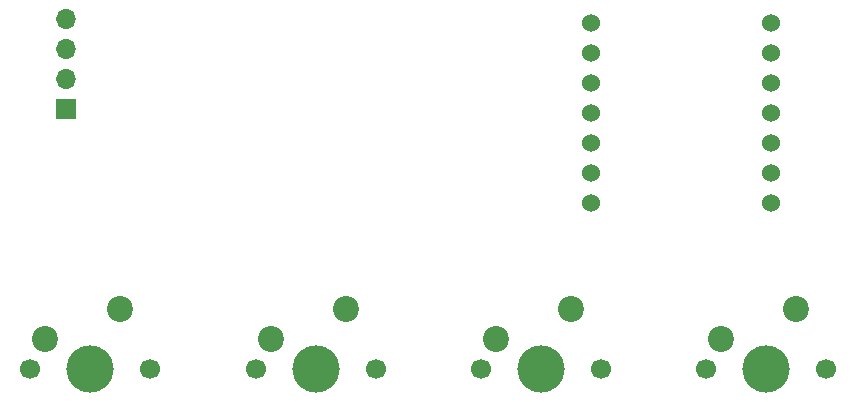
<source format=gbr>
%TF.GenerationSoftware,KiCad,Pcbnew,9.0.6*%
%TF.CreationDate,2025-12-02T23:32:36+00:00*%
%TF.ProjectId,MyPCB,4d795043-422e-46b6-9963-61645f706362,rev?*%
%TF.SameCoordinates,Original*%
%TF.FileFunction,Soldermask,Bot*%
%TF.FilePolarity,Negative*%
%FSLAX46Y46*%
G04 Gerber Fmt 4.6, Leading zero omitted, Abs format (unit mm)*
G04 Created by KiCad (PCBNEW 9.0.6) date 2025-12-02 23:32:36*
%MOMM*%
%LPD*%
G01*
G04 APERTURE LIST*
%ADD10O,1.700000X1.700000*%
%ADD11R,1.700000X1.700000*%
%ADD12C,1.700000*%
%ADD13C,4.000000*%
%ADD14C,2.200000*%
%ADD15C,1.524000*%
G04 APERTURE END LIST*
D10*
%TO.C,J1*%
X169800000Y-85950000D03*
X169800000Y-88490000D03*
X169800000Y-91030000D03*
D11*
X169800000Y-93570000D03*
%TD*%
D12*
%TO.C,SW2*%
X185873333Y-115570000D03*
D13*
X190953333Y-115570000D03*
D12*
X196033333Y-115570000D03*
D14*
X193493333Y-110490000D03*
X187143333Y-113030000D03*
%TD*%
D12*
%TO.C,SW3*%
X204910000Y-115570000D03*
D13*
X209990000Y-115570000D03*
D12*
X215070000Y-115570000D03*
D14*
X212530000Y-110490000D03*
X206180000Y-113030000D03*
%TD*%
D12*
%TO.C,SW4*%
X223980000Y-115570000D03*
D13*
X229060000Y-115570000D03*
D12*
X234140000Y-115570000D03*
D14*
X231600000Y-110490000D03*
X225250000Y-113030000D03*
%TD*%
D15*
%TO.C,U1*%
X214257332Y-86330000D03*
X214257332Y-88870000D03*
X214257332Y-91410000D03*
X214257332Y-93950000D03*
X214257332Y-96490000D03*
X214257332Y-99030000D03*
X214257332Y-101570000D03*
X229497332Y-101570000D03*
X229497332Y-99030000D03*
X229497332Y-96490000D03*
X229497332Y-93950000D03*
X229497332Y-91410000D03*
X229497332Y-88870000D03*
X229497332Y-86330000D03*
%TD*%
D12*
%TO.C,SW1*%
X166800000Y-115570000D03*
D13*
X171880000Y-115570000D03*
D12*
X176960000Y-115570000D03*
D14*
X174420000Y-110490000D03*
X168070000Y-113030000D03*
%TD*%
M02*

</source>
